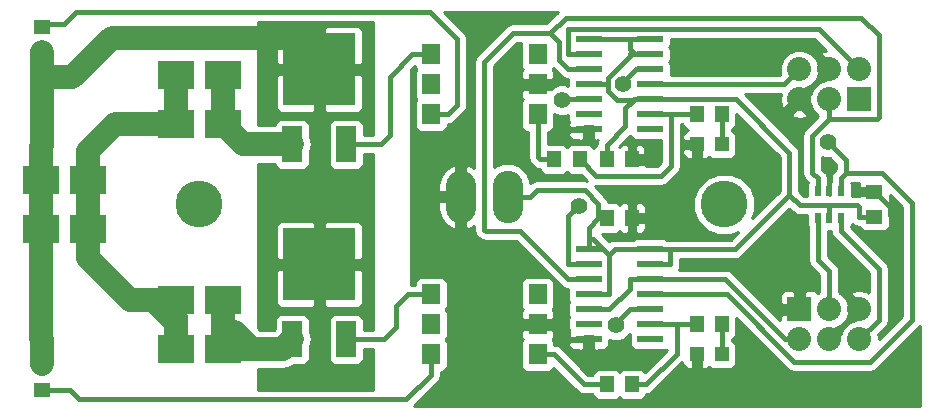
<source format=gtl>
G04 (created by PCBNEW-RS274X (2012-01-19 BZR 3256)-stable) date 3/25/2013 8:12:10 PM*
G01*
G70*
G90*
%MOIN*%
G04 Gerber Fmt 3.4, Leading zero omitted, Abs format*
%FSLAX34Y34*%
G04 APERTURE LIST*
%ADD10C,0.006000*%
%ADD11C,0.156000*%
%ADD12R,0.045000X0.055000*%
%ADD13R,0.055000X0.045000*%
%ADD14R,0.047200X0.047200*%
%ADD15R,0.065000X0.120000*%
%ADD16R,0.240000X0.240000*%
%ADD17R,0.080000X0.080000*%
%ADD18C,0.080000*%
%ADD19R,0.059800X0.070100*%
%ADD20R,0.122000X0.096500*%
%ADD21R,0.023600X0.035400*%
%ADD22R,0.086600X0.023600*%
%ADD23O,0.100000X0.175000*%
%ADD24C,0.055000*%
%ADD25C,0.080000*%
%ADD26C,0.020000*%
%ADD27C,0.016000*%
%ADD28C,0.010000*%
G04 APERTURE END LIST*
G54D10*
G54D11*
X34500Y-22500D03*
X17000Y-22500D03*
G54D12*
X30575Y-21000D03*
X31425Y-21000D03*
G54D13*
X11750Y-16575D03*
X11750Y-17425D03*
X11750Y-28675D03*
X11750Y-27825D03*
G54D12*
X29675Y-21000D03*
X28825Y-21000D03*
X31425Y-28500D03*
X30575Y-28500D03*
X34425Y-19500D03*
X33575Y-19500D03*
X34425Y-26500D03*
X33575Y-26500D03*
G54D14*
X34413Y-20500D03*
X33587Y-20500D03*
X34413Y-27500D03*
X33587Y-27500D03*
G54D15*
X20100Y-27000D03*
G54D16*
X21000Y-24500D03*
G54D15*
X21900Y-27000D03*
X20100Y-20500D03*
G54D16*
X21000Y-18000D03*
G54D15*
X21900Y-20500D03*
G54D17*
X37000Y-26000D03*
G54D18*
X38000Y-26000D03*
X39000Y-26000D03*
X37000Y-27000D03*
X38000Y-27000D03*
X39000Y-27000D03*
G54D17*
X39000Y-19000D03*
G54D18*
X38000Y-19000D03*
X37000Y-19000D03*
X39000Y-18000D03*
X38000Y-18000D03*
X37000Y-18000D03*
G54D19*
X28276Y-27500D03*
X28276Y-26500D03*
X28276Y-25500D03*
X24724Y-27500D03*
X24724Y-26500D03*
X24724Y-25500D03*
X28276Y-19500D03*
X28276Y-18500D03*
X28276Y-17500D03*
X24724Y-19500D03*
X24724Y-18500D03*
X24724Y-17500D03*
G54D20*
X17787Y-19827D03*
X16213Y-19827D03*
X16213Y-18173D03*
X17787Y-18173D03*
X17787Y-27327D03*
X16213Y-27327D03*
X16213Y-25673D03*
X17787Y-25673D03*
X13287Y-23327D03*
X11713Y-23327D03*
X11713Y-21673D03*
X13287Y-21673D03*
G54D21*
X38374Y-22048D03*
X38000Y-22048D03*
X37626Y-22048D03*
X37626Y-22952D03*
X38000Y-22952D03*
X38374Y-22952D03*
G54D22*
X29977Y-24000D03*
X29977Y-24500D03*
X29977Y-25000D03*
X29977Y-25500D03*
X29977Y-26000D03*
X29977Y-26500D03*
X29977Y-27000D03*
X32023Y-27000D03*
X32023Y-26500D03*
X32023Y-26000D03*
X32023Y-25500D03*
X32023Y-25000D03*
X32023Y-24500D03*
X32023Y-24000D03*
X29977Y-17000D03*
X29977Y-17500D03*
X29977Y-18000D03*
X29977Y-18500D03*
X29977Y-19000D03*
X29977Y-19500D03*
X29977Y-20000D03*
X32023Y-20000D03*
X32023Y-19500D03*
X32023Y-19000D03*
X32023Y-18500D03*
X32023Y-18000D03*
X32023Y-17500D03*
X32023Y-17000D03*
G54D13*
X39500Y-22925D03*
X39500Y-22075D03*
G54D23*
X27280Y-22250D03*
X25720Y-22250D03*
G54D12*
X30575Y-22950D03*
X31425Y-22950D03*
G54D24*
X22200Y-21800D03*
X22200Y-22600D03*
X21000Y-22600D03*
X21000Y-21800D03*
X19800Y-21800D03*
X19800Y-22600D03*
X29088Y-19025D03*
X31130Y-18500D03*
X29638Y-22540D03*
X38000Y-21264D03*
X27537Y-18350D03*
X32097Y-20796D03*
X33587Y-21174D03*
X32106Y-23163D03*
X29104Y-26794D03*
X40227Y-22798D03*
X29086Y-20012D03*
X33587Y-28197D03*
X37953Y-20432D03*
X30898Y-26534D03*
G54D25*
X17787Y-18173D02*
X17787Y-19827D01*
X20100Y-20500D02*
X18460Y-20500D01*
X18460Y-20500D02*
X17787Y-19827D01*
X17787Y-25673D02*
X17787Y-26758D01*
X18743Y-27327D02*
X18174Y-26758D01*
X18174Y-26758D02*
X17787Y-26758D01*
X18743Y-27327D02*
X17787Y-27327D01*
X20100Y-27000D02*
X19773Y-27327D01*
X19773Y-27327D02*
X18743Y-27327D01*
X12758Y-18253D02*
X11750Y-18253D01*
X11750Y-17425D02*
X11750Y-18253D01*
X11750Y-27825D02*
X11750Y-26997D01*
X11713Y-23327D02*
X11713Y-21673D01*
X11750Y-20550D02*
X11713Y-20587D01*
X20867Y-16935D02*
X14076Y-16935D01*
X11750Y-18253D02*
X11750Y-20550D01*
X11713Y-21673D02*
X11713Y-20587D01*
X11750Y-26997D02*
X11713Y-26960D01*
X11713Y-26960D02*
X11713Y-23327D01*
X14076Y-16935D02*
X12758Y-18253D01*
G54D26*
X21000Y-22600D02*
X19800Y-22600D01*
X22200Y-21800D02*
X22200Y-22600D01*
X21000Y-18000D02*
X21000Y-21800D01*
G54D25*
X13287Y-20713D02*
X13287Y-21673D01*
X16011Y-26241D02*
X16213Y-26241D01*
X16213Y-19827D02*
X16166Y-19827D01*
X14173Y-19827D02*
X13287Y-20713D01*
X16166Y-19827D02*
X16213Y-19780D01*
X13287Y-23327D02*
X13287Y-21673D01*
X16166Y-19827D02*
X14173Y-19827D01*
X16213Y-25673D02*
X15443Y-25673D01*
X16213Y-19780D02*
X16213Y-18173D01*
X14673Y-25673D02*
X13287Y-24287D01*
X16213Y-27327D02*
X16213Y-26241D01*
X15443Y-25673D02*
X16011Y-26241D01*
X15443Y-25673D02*
X14673Y-25673D01*
X13287Y-24287D02*
X13287Y-23327D01*
G54D27*
X26500Y-17749D02*
X26500Y-23345D01*
X26500Y-23345D02*
X26545Y-23390D01*
X26545Y-23390D02*
X27691Y-23390D01*
X39644Y-19599D02*
X39599Y-19644D01*
X37626Y-22048D02*
X37626Y-21628D01*
X27691Y-23390D02*
X29301Y-25000D01*
X27462Y-16787D02*
X26500Y-17749D01*
X39599Y-19644D02*
X38000Y-19644D01*
X39644Y-16864D02*
X39644Y-19599D01*
X28696Y-16787D02*
X27462Y-16787D01*
X29977Y-25000D02*
X29301Y-25000D01*
X38000Y-19644D02*
X38000Y-19000D01*
X37626Y-21628D02*
X37433Y-21435D01*
X37433Y-21435D02*
X37433Y-20211D01*
X37433Y-20211D02*
X38000Y-19644D01*
X29215Y-16268D02*
X39048Y-16268D01*
X29977Y-18000D02*
X29301Y-18000D01*
X28978Y-17677D02*
X29301Y-18000D01*
X28696Y-16787D02*
X29215Y-16268D01*
X28978Y-17069D02*
X28978Y-17677D01*
X39048Y-16268D02*
X39644Y-16864D01*
X28696Y-16787D02*
X28978Y-17069D01*
X38000Y-24728D02*
X38000Y-26000D01*
X37626Y-24354D02*
X38000Y-24728D01*
X37626Y-22952D02*
X37626Y-24354D01*
X37638Y-16638D02*
X39000Y-18000D01*
X29301Y-17500D02*
X29301Y-16641D01*
X29301Y-16641D02*
X29304Y-16638D01*
X29304Y-16638D02*
X37638Y-16638D01*
X29977Y-17500D02*
X29301Y-17500D01*
X32361Y-25000D02*
X32699Y-25000D01*
X34534Y-25000D02*
X32699Y-25000D01*
X32023Y-25000D02*
X31347Y-25000D01*
X31347Y-25000D02*
X31347Y-25306D01*
X31347Y-25306D02*
X30653Y-26000D01*
X32361Y-25000D02*
X32023Y-25000D01*
X37000Y-27000D02*
X36534Y-27000D01*
X36534Y-27000D02*
X34534Y-25000D01*
X29977Y-26000D02*
X30653Y-26000D01*
X29301Y-22877D02*
X29301Y-24500D01*
X31130Y-18500D02*
X31130Y-18425D01*
X31555Y-18000D02*
X32023Y-18000D01*
X31130Y-18425D02*
X31555Y-18000D01*
X29638Y-22540D02*
X29301Y-22877D01*
X29977Y-19000D02*
X29301Y-19000D01*
X29113Y-19000D02*
X29088Y-19025D01*
X29301Y-19000D02*
X29113Y-19000D01*
X29977Y-24500D02*
X29301Y-24500D01*
X27584Y-18350D02*
X27734Y-18500D01*
X38000Y-21264D02*
X38000Y-22048D01*
X33587Y-28197D02*
X33587Y-27500D01*
X29977Y-27000D02*
X29301Y-27000D01*
X29086Y-20012D02*
X29289Y-20012D01*
X33587Y-20500D02*
X33587Y-21174D01*
X31425Y-22950D02*
X31893Y-22950D01*
X32106Y-23163D02*
X31893Y-22950D01*
X29301Y-26991D02*
X29301Y-27000D01*
X31425Y-21000D02*
X31893Y-21000D01*
X28276Y-26500D02*
X28818Y-26500D01*
X32097Y-20796D02*
X31893Y-21000D01*
X29104Y-26794D02*
X29301Y-26991D01*
X29104Y-26786D02*
X29104Y-26794D01*
X28818Y-26500D02*
X29104Y-26786D01*
X27537Y-18350D02*
X27584Y-18350D01*
X29977Y-20000D02*
X29301Y-20000D01*
X29289Y-20012D02*
X29301Y-20000D01*
X28276Y-18500D02*
X27734Y-18500D01*
X39504Y-22075D02*
X39500Y-22075D01*
X40227Y-22798D02*
X39504Y-22075D01*
X36817Y-27743D02*
X39365Y-27743D01*
X36500Y-18500D02*
X37000Y-18000D01*
X34574Y-25500D02*
X36817Y-27743D01*
X39365Y-27743D02*
X40758Y-26350D01*
X38555Y-21447D02*
X38374Y-21628D01*
X32023Y-18500D02*
X36500Y-18500D01*
X40758Y-22464D02*
X39741Y-21447D01*
X39741Y-21447D02*
X38555Y-21447D01*
X38555Y-21447D02*
X38555Y-21034D01*
X38374Y-22048D02*
X38374Y-21628D01*
X38555Y-21034D02*
X37953Y-20432D01*
X40758Y-26350D02*
X40758Y-22464D01*
X32023Y-25500D02*
X34574Y-25500D01*
X39665Y-26335D02*
X39000Y-27000D01*
X39665Y-24663D02*
X39665Y-26335D01*
X38374Y-23372D02*
X39665Y-24663D01*
X38374Y-22952D02*
X38374Y-23372D01*
X34422Y-20021D02*
X34425Y-20018D01*
X34413Y-20021D02*
X34422Y-20021D01*
X34425Y-19500D02*
X34425Y-20018D01*
X34413Y-20500D02*
X34413Y-20021D01*
X28276Y-20919D02*
X28357Y-21000D01*
X28276Y-19500D02*
X28276Y-20919D01*
X28825Y-21000D02*
X28357Y-21000D01*
X23050Y-20500D02*
X21900Y-20500D01*
X23350Y-20200D02*
X23050Y-20500D01*
X23350Y-18250D02*
X23350Y-20200D01*
X24100Y-17500D02*
X23350Y-18250D01*
X24724Y-17500D02*
X24100Y-17500D01*
X12500Y-16500D02*
X12100Y-16500D01*
X12900Y-16100D02*
X12500Y-16500D01*
X24700Y-16100D02*
X12900Y-16100D01*
X25600Y-17000D02*
X24700Y-16100D01*
X25600Y-19200D02*
X25600Y-17000D01*
X25300Y-19500D02*
X25600Y-19200D01*
X24724Y-19500D02*
X25300Y-19500D01*
X11825Y-16500D02*
X11750Y-16575D01*
X12100Y-16500D02*
X11825Y-16500D01*
X13000Y-29000D02*
X23900Y-29000D01*
X12675Y-28675D02*
X13000Y-29000D01*
X11750Y-28675D02*
X12675Y-28675D01*
X24724Y-28176D02*
X24724Y-27500D01*
X23900Y-29000D02*
X24724Y-28176D01*
X23150Y-27000D02*
X21900Y-27000D01*
X23550Y-26600D02*
X23150Y-27000D01*
X23550Y-25900D02*
X23550Y-26600D01*
X23950Y-25500D02*
X23550Y-25900D01*
X24724Y-25500D02*
X23950Y-25500D01*
X32904Y-27489D02*
X31893Y-28500D01*
X32023Y-26500D02*
X32904Y-26500D01*
X32904Y-26500D02*
X32904Y-27489D01*
X31425Y-28500D02*
X31893Y-28500D01*
X32904Y-26500D02*
X33575Y-26500D01*
X32023Y-19500D02*
X32719Y-19500D01*
X32719Y-19500D02*
X33575Y-19500D01*
X32719Y-21225D02*
X32719Y-19500D01*
X32386Y-21558D02*
X32719Y-21225D01*
X30233Y-21558D02*
X32386Y-21558D01*
X29675Y-21000D02*
X30233Y-21558D01*
X29818Y-28500D02*
X30575Y-28500D01*
X28818Y-27500D02*
X29818Y-28500D01*
X28276Y-27500D02*
X28818Y-27500D01*
X34416Y-27018D02*
X34425Y-27018D01*
X34413Y-27021D02*
X34416Y-27018D01*
X34413Y-27500D02*
X34413Y-27021D01*
X34425Y-26500D02*
X34425Y-27018D01*
X31347Y-17500D02*
X31347Y-17551D01*
X38000Y-22952D02*
X38000Y-22613D01*
X32023Y-24000D02*
X31347Y-24000D01*
X38937Y-22532D02*
X38982Y-22577D01*
X30612Y-18286D02*
X30612Y-18500D01*
X30612Y-18500D02*
X30612Y-18714D01*
X37017Y-22532D02*
X38000Y-22532D01*
X30575Y-20525D02*
X31200Y-19900D01*
X31347Y-17551D02*
X30612Y-18286D01*
X31200Y-19900D02*
X31200Y-19300D01*
X29977Y-18500D02*
X30572Y-18500D01*
X30575Y-21000D02*
X30575Y-20525D01*
X30575Y-22950D02*
X30300Y-22950D01*
X31500Y-19000D02*
X32023Y-19000D01*
X39500Y-22925D02*
X38982Y-22925D01*
X38000Y-22613D02*
X38000Y-22532D01*
X32023Y-19000D02*
X32699Y-19000D01*
X36668Y-20771D02*
X36668Y-22183D01*
X30612Y-18714D02*
X30916Y-19018D01*
X32718Y-18981D02*
X34878Y-18981D01*
X31200Y-19300D02*
X31482Y-19018D01*
X31347Y-17000D02*
X30653Y-17000D01*
X30916Y-19018D02*
X31482Y-19018D01*
X29853Y-22022D02*
X28251Y-22022D01*
X31482Y-19018D02*
X31500Y-19000D01*
X30612Y-18500D02*
X30572Y-18500D01*
X34878Y-18981D02*
X36668Y-20771D01*
X38000Y-22532D02*
X38937Y-22532D01*
X32699Y-19000D02*
X32718Y-18981D01*
X28251Y-22022D02*
X28023Y-22250D01*
X36668Y-22183D02*
X37017Y-22532D01*
X30300Y-22469D02*
X29853Y-22022D01*
X29977Y-17000D02*
X30653Y-17000D01*
X31531Y-17500D02*
X31347Y-17500D01*
X27280Y-22250D02*
X28023Y-22250D01*
X31347Y-17316D02*
X31347Y-17000D01*
X32023Y-17000D02*
X31347Y-17000D01*
X30300Y-22950D02*
X30300Y-22469D01*
X38982Y-22577D02*
X38982Y-22925D01*
X30899Y-26534D02*
X30898Y-26534D01*
X34851Y-24000D02*
X32699Y-24000D01*
X30300Y-22950D02*
X29977Y-23273D01*
X32023Y-24500D02*
X32699Y-24500D01*
X31531Y-17500D02*
X31347Y-17316D01*
X31347Y-26000D02*
X30899Y-26448D01*
X36668Y-22183D02*
X34851Y-24000D01*
X32699Y-24000D02*
X32699Y-24500D01*
X32699Y-24000D02*
X32023Y-24000D01*
X31347Y-24000D02*
X30839Y-24000D01*
X32023Y-26000D02*
X31347Y-26000D01*
X29977Y-23273D02*
X29977Y-23653D01*
X30120Y-23653D02*
X30653Y-24186D01*
X31685Y-17500D02*
X31531Y-17500D01*
X30839Y-24000D02*
X30653Y-24186D01*
X32023Y-17500D02*
X31685Y-17500D01*
X30653Y-24186D02*
X30653Y-25500D01*
X29977Y-23653D02*
X29977Y-24000D01*
X29977Y-25500D02*
X30653Y-25500D01*
X29977Y-23653D02*
X30120Y-23653D01*
X30899Y-26448D02*
X30899Y-26534D01*
G54D10*
G36*
X22785Y-28670D02*
X20850Y-28670D01*
X20850Y-25888D01*
X20850Y-24650D01*
X20850Y-24350D01*
X20850Y-23112D01*
X20850Y-19388D01*
X20850Y-18150D01*
X20850Y-17850D01*
X20850Y-16612D01*
X20788Y-16550D01*
X19751Y-16551D01*
X19659Y-16589D01*
X19589Y-16659D01*
X19551Y-16750D01*
X19551Y-16849D01*
X19550Y-17788D01*
X19612Y-17850D01*
X20850Y-17850D01*
X20850Y-18150D01*
X19612Y-18150D01*
X19550Y-18212D01*
X19551Y-19151D01*
X19551Y-19250D01*
X19589Y-19341D01*
X19659Y-19411D01*
X19751Y-19449D01*
X20788Y-19450D01*
X20850Y-19388D01*
X20850Y-23112D01*
X20788Y-23050D01*
X19751Y-23051D01*
X19659Y-23089D01*
X19589Y-23159D01*
X19551Y-23250D01*
X19551Y-23349D01*
X19550Y-24288D01*
X19612Y-24350D01*
X20850Y-24350D01*
X20850Y-24650D01*
X19612Y-24650D01*
X19550Y-24712D01*
X19551Y-25651D01*
X19551Y-25750D01*
X19589Y-25841D01*
X19659Y-25911D01*
X19751Y-25949D01*
X20788Y-25950D01*
X20850Y-25888D01*
X20850Y-28670D01*
X18948Y-28670D01*
X18948Y-27977D01*
X19768Y-27977D01*
X19773Y-27978D01*
X19773Y-27977D01*
X20022Y-27928D01*
X20140Y-27849D01*
X20474Y-27849D01*
X20566Y-27811D01*
X20636Y-27741D01*
X20674Y-27650D01*
X20674Y-27551D01*
X20674Y-27289D01*
X20701Y-27249D01*
X20750Y-27000D01*
X20701Y-26751D01*
X20674Y-26711D01*
X20674Y-26351D01*
X20636Y-26259D01*
X20566Y-26189D01*
X20475Y-26151D01*
X20376Y-26151D01*
X19726Y-26151D01*
X19634Y-26189D01*
X19564Y-26259D01*
X19526Y-26350D01*
X19526Y-26449D01*
X19526Y-26654D01*
X19503Y-26677D01*
X19012Y-26677D01*
X18948Y-26612D01*
X18948Y-21150D01*
X19526Y-21150D01*
X19564Y-21241D01*
X19634Y-21311D01*
X19725Y-21349D01*
X19824Y-21349D01*
X20474Y-21349D01*
X20566Y-21311D01*
X20636Y-21241D01*
X20674Y-21150D01*
X20674Y-21051D01*
X20674Y-20789D01*
X20701Y-20749D01*
X20750Y-20500D01*
X20701Y-20251D01*
X20674Y-20210D01*
X20674Y-19851D01*
X20636Y-19759D01*
X20566Y-19689D01*
X20475Y-19651D01*
X20376Y-19651D01*
X19726Y-19651D01*
X19634Y-19689D01*
X19564Y-19759D01*
X19526Y-19850D01*
X18948Y-19850D01*
X18948Y-16430D01*
X22785Y-16430D01*
X22785Y-20170D01*
X22474Y-20170D01*
X22474Y-19851D01*
X22450Y-19792D01*
X22450Y-18212D01*
X22450Y-17788D01*
X22449Y-16849D01*
X22449Y-16750D01*
X22411Y-16659D01*
X22341Y-16589D01*
X22249Y-16551D01*
X21212Y-16550D01*
X21150Y-16612D01*
X21150Y-17850D01*
X22388Y-17850D01*
X22450Y-17788D01*
X22450Y-18212D01*
X22388Y-18150D01*
X21150Y-18150D01*
X21150Y-19388D01*
X21212Y-19450D01*
X22249Y-19449D01*
X22341Y-19411D01*
X22411Y-19341D01*
X22449Y-19250D01*
X22449Y-19151D01*
X22450Y-18212D01*
X22450Y-19792D01*
X22436Y-19759D01*
X22366Y-19689D01*
X22275Y-19651D01*
X22176Y-19651D01*
X21526Y-19651D01*
X21434Y-19689D01*
X21364Y-19759D01*
X21326Y-19850D01*
X21326Y-19949D01*
X21326Y-21149D01*
X21364Y-21241D01*
X21434Y-21311D01*
X21525Y-21349D01*
X21624Y-21349D01*
X22274Y-21349D01*
X22366Y-21311D01*
X22436Y-21241D01*
X22474Y-21150D01*
X22474Y-21051D01*
X22474Y-20830D01*
X22785Y-20830D01*
X22785Y-26670D01*
X22474Y-26670D01*
X22474Y-26351D01*
X22450Y-26292D01*
X22450Y-24712D01*
X22450Y-24288D01*
X22449Y-23349D01*
X22449Y-23250D01*
X22411Y-23159D01*
X22341Y-23089D01*
X22249Y-23051D01*
X21212Y-23050D01*
X21150Y-23112D01*
X21150Y-24350D01*
X22388Y-24350D01*
X22450Y-24288D01*
X22450Y-24712D01*
X22388Y-24650D01*
X21150Y-24650D01*
X21150Y-25888D01*
X21212Y-25950D01*
X22249Y-25949D01*
X22341Y-25911D01*
X22411Y-25841D01*
X22449Y-25750D01*
X22449Y-25651D01*
X22450Y-24712D01*
X22450Y-26292D01*
X22436Y-26259D01*
X22366Y-26189D01*
X22275Y-26151D01*
X22176Y-26151D01*
X21526Y-26151D01*
X21434Y-26189D01*
X21364Y-26259D01*
X21326Y-26350D01*
X21326Y-26449D01*
X21326Y-27649D01*
X21364Y-27741D01*
X21434Y-27811D01*
X21525Y-27849D01*
X21624Y-27849D01*
X22274Y-27849D01*
X22366Y-27811D01*
X22436Y-27741D01*
X22474Y-27650D01*
X22474Y-27551D01*
X22474Y-27330D01*
X22785Y-27330D01*
X22785Y-28670D01*
X22785Y-28670D01*
G37*
G54D28*
X22785Y-28670D02*
X20850Y-28670D01*
X20850Y-25888D01*
X20850Y-24650D01*
X20850Y-24350D01*
X20850Y-23112D01*
X20850Y-19388D01*
X20850Y-18150D01*
X20850Y-17850D01*
X20850Y-16612D01*
X20788Y-16550D01*
X19751Y-16551D01*
X19659Y-16589D01*
X19589Y-16659D01*
X19551Y-16750D01*
X19551Y-16849D01*
X19550Y-17788D01*
X19612Y-17850D01*
X20850Y-17850D01*
X20850Y-18150D01*
X19612Y-18150D01*
X19550Y-18212D01*
X19551Y-19151D01*
X19551Y-19250D01*
X19589Y-19341D01*
X19659Y-19411D01*
X19751Y-19449D01*
X20788Y-19450D01*
X20850Y-19388D01*
X20850Y-23112D01*
X20788Y-23050D01*
X19751Y-23051D01*
X19659Y-23089D01*
X19589Y-23159D01*
X19551Y-23250D01*
X19551Y-23349D01*
X19550Y-24288D01*
X19612Y-24350D01*
X20850Y-24350D01*
X20850Y-24650D01*
X19612Y-24650D01*
X19550Y-24712D01*
X19551Y-25651D01*
X19551Y-25750D01*
X19589Y-25841D01*
X19659Y-25911D01*
X19751Y-25949D01*
X20788Y-25950D01*
X20850Y-25888D01*
X20850Y-28670D01*
X18948Y-28670D01*
X18948Y-27977D01*
X19768Y-27977D01*
X19773Y-27978D01*
X19773Y-27977D01*
X20022Y-27928D01*
X20140Y-27849D01*
X20474Y-27849D01*
X20566Y-27811D01*
X20636Y-27741D01*
X20674Y-27650D01*
X20674Y-27551D01*
X20674Y-27289D01*
X20701Y-27249D01*
X20750Y-27000D01*
X20701Y-26751D01*
X20674Y-26711D01*
X20674Y-26351D01*
X20636Y-26259D01*
X20566Y-26189D01*
X20475Y-26151D01*
X20376Y-26151D01*
X19726Y-26151D01*
X19634Y-26189D01*
X19564Y-26259D01*
X19526Y-26350D01*
X19526Y-26449D01*
X19526Y-26654D01*
X19503Y-26677D01*
X19012Y-26677D01*
X18948Y-26612D01*
X18948Y-21150D01*
X19526Y-21150D01*
X19564Y-21241D01*
X19634Y-21311D01*
X19725Y-21349D01*
X19824Y-21349D01*
X20474Y-21349D01*
X20566Y-21311D01*
X20636Y-21241D01*
X20674Y-21150D01*
X20674Y-21051D01*
X20674Y-20789D01*
X20701Y-20749D01*
X20750Y-20500D01*
X20701Y-20251D01*
X20674Y-20210D01*
X20674Y-19851D01*
X20636Y-19759D01*
X20566Y-19689D01*
X20475Y-19651D01*
X20376Y-19651D01*
X19726Y-19651D01*
X19634Y-19689D01*
X19564Y-19759D01*
X19526Y-19850D01*
X18948Y-19850D01*
X18948Y-16430D01*
X22785Y-16430D01*
X22785Y-20170D01*
X22474Y-20170D01*
X22474Y-19851D01*
X22450Y-19792D01*
X22450Y-18212D01*
X22450Y-17788D01*
X22449Y-16849D01*
X22449Y-16750D01*
X22411Y-16659D01*
X22341Y-16589D01*
X22249Y-16551D01*
X21212Y-16550D01*
X21150Y-16612D01*
X21150Y-17850D01*
X22388Y-17850D01*
X22450Y-17788D01*
X22450Y-18212D01*
X22388Y-18150D01*
X21150Y-18150D01*
X21150Y-19388D01*
X21212Y-19450D01*
X22249Y-19449D01*
X22341Y-19411D01*
X22411Y-19341D01*
X22449Y-19250D01*
X22449Y-19151D01*
X22450Y-18212D01*
X22450Y-19792D01*
X22436Y-19759D01*
X22366Y-19689D01*
X22275Y-19651D01*
X22176Y-19651D01*
X21526Y-19651D01*
X21434Y-19689D01*
X21364Y-19759D01*
X21326Y-19850D01*
X21326Y-19949D01*
X21326Y-21149D01*
X21364Y-21241D01*
X21434Y-21311D01*
X21525Y-21349D01*
X21624Y-21349D01*
X22274Y-21349D01*
X22366Y-21311D01*
X22436Y-21241D01*
X22474Y-21150D01*
X22474Y-21051D01*
X22474Y-20830D01*
X22785Y-20830D01*
X22785Y-26670D01*
X22474Y-26670D01*
X22474Y-26351D01*
X22450Y-26292D01*
X22450Y-24712D01*
X22450Y-24288D01*
X22449Y-23349D01*
X22449Y-23250D01*
X22411Y-23159D01*
X22341Y-23089D01*
X22249Y-23051D01*
X21212Y-23050D01*
X21150Y-23112D01*
X21150Y-24350D01*
X22388Y-24350D01*
X22450Y-24288D01*
X22450Y-24712D01*
X22388Y-24650D01*
X21150Y-24650D01*
X21150Y-25888D01*
X21212Y-25950D01*
X22249Y-25949D01*
X22341Y-25911D01*
X22411Y-25841D01*
X22449Y-25750D01*
X22449Y-25651D01*
X22450Y-24712D01*
X22450Y-26292D01*
X22436Y-26259D01*
X22366Y-26189D01*
X22275Y-26151D01*
X22176Y-26151D01*
X21526Y-26151D01*
X21434Y-26189D01*
X21364Y-26259D01*
X21326Y-26350D01*
X21326Y-26449D01*
X21326Y-27649D01*
X21364Y-27741D01*
X21434Y-27811D01*
X21525Y-27849D01*
X21624Y-27849D01*
X22274Y-27849D01*
X22366Y-27811D01*
X22436Y-27741D01*
X22474Y-27650D01*
X22474Y-27551D01*
X22474Y-27330D01*
X22785Y-27330D01*
X22785Y-28670D01*
G54D10*
G36*
X29912Y-21703D02*
X29853Y-21692D01*
X28251Y-21692D01*
X28125Y-21717D01*
X28089Y-21741D01*
X28017Y-21789D01*
X28016Y-21790D01*
X28016Y-21707D01*
X27904Y-21436D01*
X27697Y-21229D01*
X27427Y-21117D01*
X27134Y-21117D01*
X26863Y-21229D01*
X26830Y-21262D01*
X26830Y-17885D01*
X27598Y-17117D01*
X27728Y-17117D01*
X27728Y-17199D01*
X27728Y-17899D01*
X27766Y-17991D01*
X27775Y-18000D01*
X27766Y-18009D01*
X27728Y-18101D01*
X27727Y-18288D01*
X27789Y-18350D01*
X28076Y-18350D01*
X28127Y-18350D01*
X28425Y-18350D01*
X28476Y-18350D01*
X28763Y-18350D01*
X28825Y-18288D01*
X28824Y-18101D01*
X28786Y-18009D01*
X28777Y-18000D01*
X28786Y-17991D01*
X28797Y-17962D01*
X29067Y-18233D01*
X29068Y-18233D01*
X29139Y-18280D01*
X29174Y-18304D01*
X29175Y-18305D01*
X29296Y-18329D01*
X29295Y-18332D01*
X29295Y-18431D01*
X29295Y-18542D01*
X29193Y-18500D01*
X28984Y-18500D01*
X28791Y-18580D01*
X28720Y-18650D01*
X28476Y-18650D01*
X28425Y-18650D01*
X28127Y-18650D01*
X28076Y-18650D01*
X27789Y-18650D01*
X27727Y-18712D01*
X27728Y-18899D01*
X27766Y-18991D01*
X27775Y-19000D01*
X27766Y-19009D01*
X27728Y-19100D01*
X27728Y-19199D01*
X27728Y-19899D01*
X27766Y-19991D01*
X27836Y-20061D01*
X27927Y-20099D01*
X27946Y-20099D01*
X27946Y-20919D01*
X27971Y-21046D01*
X28043Y-21152D01*
X28123Y-21233D01*
X28124Y-21233D01*
X28195Y-21280D01*
X28230Y-21304D01*
X28231Y-21305D01*
X28353Y-21329D01*
X28389Y-21416D01*
X28459Y-21486D01*
X28550Y-21524D01*
X28649Y-21524D01*
X29099Y-21524D01*
X29191Y-21486D01*
X29250Y-21427D01*
X29309Y-21486D01*
X29400Y-21524D01*
X29499Y-21524D01*
X29733Y-21524D01*
X29912Y-21703D01*
X29912Y-21703D01*
G37*
G54D28*
X29912Y-21703D02*
X29853Y-21692D01*
X28251Y-21692D01*
X28125Y-21717D01*
X28089Y-21741D01*
X28017Y-21789D01*
X28016Y-21790D01*
X28016Y-21707D01*
X27904Y-21436D01*
X27697Y-21229D01*
X27427Y-21117D01*
X27134Y-21117D01*
X26863Y-21229D01*
X26830Y-21262D01*
X26830Y-17885D01*
X27598Y-17117D01*
X27728Y-17117D01*
X27728Y-17199D01*
X27728Y-17899D01*
X27766Y-17991D01*
X27775Y-18000D01*
X27766Y-18009D01*
X27728Y-18101D01*
X27727Y-18288D01*
X27789Y-18350D01*
X28076Y-18350D01*
X28127Y-18350D01*
X28425Y-18350D01*
X28476Y-18350D01*
X28763Y-18350D01*
X28825Y-18288D01*
X28824Y-18101D01*
X28786Y-18009D01*
X28777Y-18000D01*
X28786Y-17991D01*
X28797Y-17962D01*
X29067Y-18233D01*
X29068Y-18233D01*
X29139Y-18280D01*
X29174Y-18304D01*
X29175Y-18305D01*
X29296Y-18329D01*
X29295Y-18332D01*
X29295Y-18431D01*
X29295Y-18542D01*
X29193Y-18500D01*
X28984Y-18500D01*
X28791Y-18580D01*
X28720Y-18650D01*
X28476Y-18650D01*
X28425Y-18650D01*
X28127Y-18650D01*
X28076Y-18650D01*
X27789Y-18650D01*
X27727Y-18712D01*
X27728Y-18899D01*
X27766Y-18991D01*
X27775Y-19000D01*
X27766Y-19009D01*
X27728Y-19100D01*
X27728Y-19199D01*
X27728Y-19899D01*
X27766Y-19991D01*
X27836Y-20061D01*
X27927Y-20099D01*
X27946Y-20099D01*
X27946Y-20919D01*
X27971Y-21046D01*
X28043Y-21152D01*
X28123Y-21233D01*
X28124Y-21233D01*
X28195Y-21280D01*
X28230Y-21304D01*
X28231Y-21305D01*
X28353Y-21329D01*
X28389Y-21416D01*
X28459Y-21486D01*
X28550Y-21524D01*
X28649Y-21524D01*
X29099Y-21524D01*
X29191Y-21486D01*
X29250Y-21427D01*
X29309Y-21486D01*
X29400Y-21524D01*
X29499Y-21524D01*
X29733Y-21524D01*
X29912Y-21703D01*
G54D10*
G36*
X30290Y-20367D02*
X30270Y-20398D01*
X30250Y-20496D01*
X30209Y-20514D01*
X30139Y-20584D01*
X30124Y-20617D01*
X30111Y-20584D01*
X30041Y-20514D01*
X29950Y-20476D01*
X29851Y-20476D01*
X29827Y-20476D01*
X29827Y-20306D01*
X29827Y-20059D01*
X29356Y-20059D01*
X29294Y-20121D01*
X29295Y-20167D01*
X29333Y-20259D01*
X29403Y-20329D01*
X29494Y-20367D01*
X29593Y-20367D01*
X29765Y-20368D01*
X29827Y-20306D01*
X29827Y-20476D01*
X29401Y-20476D01*
X29309Y-20514D01*
X29250Y-20573D01*
X29191Y-20514D01*
X29100Y-20476D01*
X29001Y-20476D01*
X28606Y-20476D01*
X28606Y-20099D01*
X28624Y-20099D01*
X28716Y-20061D01*
X28786Y-19991D01*
X28824Y-19900D01*
X28824Y-19801D01*
X28824Y-19484D01*
X28983Y-19550D01*
X29192Y-19550D01*
X29295Y-19507D01*
X29295Y-19667D01*
X29329Y-19750D01*
X29295Y-19833D01*
X29294Y-19879D01*
X29356Y-19941D01*
X29827Y-19941D01*
X29827Y-19882D01*
X30127Y-19882D01*
X30127Y-19941D01*
X30127Y-20059D01*
X30127Y-20200D01*
X30127Y-20306D01*
X30189Y-20368D01*
X30290Y-20367D01*
X30290Y-20367D01*
G37*
G54D28*
X30290Y-20367D02*
X30270Y-20398D01*
X30250Y-20496D01*
X30209Y-20514D01*
X30139Y-20584D01*
X30124Y-20617D01*
X30111Y-20584D01*
X30041Y-20514D01*
X29950Y-20476D01*
X29851Y-20476D01*
X29827Y-20476D01*
X29827Y-20306D01*
X29827Y-20059D01*
X29356Y-20059D01*
X29294Y-20121D01*
X29295Y-20167D01*
X29333Y-20259D01*
X29403Y-20329D01*
X29494Y-20367D01*
X29593Y-20367D01*
X29765Y-20368D01*
X29827Y-20306D01*
X29827Y-20476D01*
X29401Y-20476D01*
X29309Y-20514D01*
X29250Y-20573D01*
X29191Y-20514D01*
X29100Y-20476D01*
X29001Y-20476D01*
X28606Y-20476D01*
X28606Y-20099D01*
X28624Y-20099D01*
X28716Y-20061D01*
X28786Y-19991D01*
X28824Y-19900D01*
X28824Y-19801D01*
X28824Y-19484D01*
X28983Y-19550D01*
X29192Y-19550D01*
X29295Y-19507D01*
X29295Y-19667D01*
X29329Y-19750D01*
X29295Y-19833D01*
X29294Y-19879D01*
X29356Y-19941D01*
X29827Y-19941D01*
X29827Y-19882D01*
X30127Y-19882D01*
X30127Y-19941D01*
X30127Y-20059D01*
X30127Y-20200D01*
X30127Y-20306D01*
X30189Y-20368D01*
X30290Y-20367D01*
G54D10*
G36*
X32389Y-21088D02*
X32249Y-21228D01*
X31899Y-21228D01*
X31899Y-21226D01*
X31900Y-21199D01*
X31900Y-20801D01*
X31899Y-20774D01*
X31899Y-20675D01*
X31861Y-20584D01*
X31791Y-20514D01*
X31699Y-20476D01*
X31599Y-20475D01*
X31537Y-20537D01*
X31537Y-20863D01*
X31838Y-20863D01*
X31900Y-20801D01*
X31900Y-21199D01*
X31838Y-21137D01*
X31537Y-21137D01*
X31537Y-21150D01*
X31313Y-21150D01*
X31313Y-21137D01*
X31275Y-21137D01*
X31275Y-20863D01*
X31313Y-20863D01*
X31313Y-20537D01*
X31251Y-20475D01*
X31151Y-20476D01*
X31059Y-20514D01*
X31000Y-20573D01*
X30996Y-20569D01*
X31358Y-20208D01*
X31379Y-20259D01*
X31449Y-20329D01*
X31540Y-20367D01*
X31639Y-20367D01*
X32389Y-20367D01*
X32389Y-21088D01*
X32389Y-21088D01*
G37*
G54D28*
X32389Y-21088D02*
X32249Y-21228D01*
X31899Y-21228D01*
X31899Y-21226D01*
X31900Y-21199D01*
X31900Y-20801D01*
X31899Y-20774D01*
X31899Y-20675D01*
X31861Y-20584D01*
X31791Y-20514D01*
X31699Y-20476D01*
X31599Y-20475D01*
X31537Y-20537D01*
X31537Y-20863D01*
X31838Y-20863D01*
X31900Y-20801D01*
X31900Y-21199D01*
X31838Y-21137D01*
X31537Y-21137D01*
X31537Y-21150D01*
X31313Y-21150D01*
X31313Y-21137D01*
X31275Y-21137D01*
X31275Y-20863D01*
X31313Y-20863D01*
X31313Y-20537D01*
X31251Y-20475D01*
X31151Y-20476D01*
X31059Y-20514D01*
X31000Y-20573D01*
X30996Y-20569D01*
X31358Y-20208D01*
X31379Y-20259D01*
X31449Y-20329D01*
X31540Y-20367D01*
X31639Y-20367D01*
X32389Y-20367D01*
X32389Y-21088D01*
G54D10*
G36*
X36338Y-22046D02*
X35424Y-22960D01*
X35530Y-22706D01*
X35530Y-22296D01*
X35374Y-21917D01*
X35084Y-21627D01*
X34706Y-21470D01*
X34296Y-21470D01*
X33917Y-21626D01*
X33627Y-21916D01*
X33470Y-22294D01*
X33470Y-22704D01*
X33626Y-23083D01*
X33916Y-23373D01*
X34294Y-23530D01*
X34704Y-23530D01*
X34960Y-23424D01*
X34714Y-23670D01*
X33469Y-23670D01*
X33469Y-20924D01*
X33469Y-20618D01*
X33163Y-20618D01*
X33101Y-20680D01*
X33102Y-20687D01*
X33102Y-20786D01*
X33140Y-20877D01*
X33210Y-20947D01*
X33302Y-20985D01*
X33407Y-20986D01*
X33469Y-20924D01*
X33469Y-23670D01*
X32699Y-23670D01*
X32594Y-23670D01*
X32506Y-23633D01*
X32407Y-23633D01*
X31900Y-23633D01*
X31900Y-23149D01*
X31900Y-22751D01*
X31899Y-22724D01*
X31899Y-22625D01*
X31861Y-22534D01*
X31791Y-22464D01*
X31699Y-22426D01*
X31599Y-22425D01*
X31537Y-22487D01*
X31537Y-22813D01*
X31838Y-22813D01*
X31900Y-22751D01*
X31900Y-23149D01*
X31838Y-23087D01*
X31537Y-23087D01*
X31537Y-23413D01*
X31599Y-23475D01*
X31699Y-23474D01*
X31791Y-23436D01*
X31861Y-23366D01*
X31899Y-23275D01*
X31899Y-23176D01*
X31900Y-23149D01*
X31900Y-23633D01*
X31541Y-23633D01*
X31451Y-23670D01*
X31347Y-23670D01*
X30839Y-23670D01*
X30733Y-23691D01*
X30712Y-23695D01*
X30662Y-23728D01*
X30407Y-23474D01*
X30849Y-23474D01*
X30941Y-23436D01*
X31000Y-23377D01*
X31059Y-23436D01*
X31151Y-23474D01*
X31251Y-23475D01*
X31313Y-23413D01*
X31313Y-23087D01*
X31275Y-23087D01*
X31275Y-22813D01*
X31313Y-22813D01*
X31313Y-22487D01*
X31251Y-22425D01*
X31151Y-22426D01*
X31059Y-22464D01*
X31000Y-22523D01*
X30941Y-22464D01*
X30850Y-22426D01*
X30751Y-22426D01*
X30621Y-22426D01*
X30608Y-22363D01*
X30605Y-22343D01*
X30605Y-22342D01*
X30533Y-22236D01*
X30173Y-21876D01*
X30233Y-21888D01*
X32386Y-21888D01*
X32512Y-21863D01*
X32513Y-21863D01*
X32619Y-21791D01*
X32952Y-21459D01*
X32952Y-21458D01*
X32999Y-21387D01*
X33023Y-21352D01*
X33024Y-21351D01*
X33048Y-21226D01*
X33049Y-21225D01*
X33049Y-19830D01*
X33103Y-19830D01*
X33139Y-19916D01*
X33209Y-19986D01*
X33290Y-20019D01*
X33210Y-20053D01*
X33140Y-20123D01*
X33102Y-20214D01*
X33102Y-20313D01*
X33101Y-20320D01*
X33163Y-20382D01*
X33469Y-20382D01*
X33469Y-20350D01*
X33705Y-20350D01*
X33705Y-20382D01*
X33737Y-20382D01*
X33737Y-20618D01*
X33705Y-20618D01*
X33705Y-20924D01*
X33767Y-20986D01*
X33872Y-20985D01*
X33964Y-20947D01*
X34000Y-20911D01*
X34036Y-20947D01*
X34127Y-20985D01*
X34226Y-20985D01*
X34698Y-20985D01*
X34790Y-20947D01*
X34860Y-20877D01*
X34898Y-20786D01*
X34898Y-20687D01*
X34898Y-20215D01*
X34860Y-20123D01*
X34790Y-20053D01*
X34751Y-20036D01*
X34754Y-20018D01*
X34755Y-20018D01*
X34755Y-20000D01*
X34791Y-19986D01*
X34861Y-19916D01*
X34899Y-19825D01*
X34899Y-19726D01*
X34899Y-19468D01*
X36338Y-20907D01*
X36338Y-22046D01*
X36338Y-22046D01*
G37*
G54D28*
X36338Y-22046D02*
X35424Y-22960D01*
X35530Y-22706D01*
X35530Y-22296D01*
X35374Y-21917D01*
X35084Y-21627D01*
X34706Y-21470D01*
X34296Y-21470D01*
X33917Y-21626D01*
X33627Y-21916D01*
X33470Y-22294D01*
X33470Y-22704D01*
X33626Y-23083D01*
X33916Y-23373D01*
X34294Y-23530D01*
X34704Y-23530D01*
X34960Y-23424D01*
X34714Y-23670D01*
X33469Y-23670D01*
X33469Y-20924D01*
X33469Y-20618D01*
X33163Y-20618D01*
X33101Y-20680D01*
X33102Y-20687D01*
X33102Y-20786D01*
X33140Y-20877D01*
X33210Y-20947D01*
X33302Y-20985D01*
X33407Y-20986D01*
X33469Y-20924D01*
X33469Y-23670D01*
X32699Y-23670D01*
X32594Y-23670D01*
X32506Y-23633D01*
X32407Y-23633D01*
X31900Y-23633D01*
X31900Y-23149D01*
X31900Y-22751D01*
X31899Y-22724D01*
X31899Y-22625D01*
X31861Y-22534D01*
X31791Y-22464D01*
X31699Y-22426D01*
X31599Y-22425D01*
X31537Y-22487D01*
X31537Y-22813D01*
X31838Y-22813D01*
X31900Y-22751D01*
X31900Y-23149D01*
X31838Y-23087D01*
X31537Y-23087D01*
X31537Y-23413D01*
X31599Y-23475D01*
X31699Y-23474D01*
X31791Y-23436D01*
X31861Y-23366D01*
X31899Y-23275D01*
X31899Y-23176D01*
X31900Y-23149D01*
X31900Y-23633D01*
X31541Y-23633D01*
X31451Y-23670D01*
X31347Y-23670D01*
X30839Y-23670D01*
X30733Y-23691D01*
X30712Y-23695D01*
X30662Y-23728D01*
X30407Y-23474D01*
X30849Y-23474D01*
X30941Y-23436D01*
X31000Y-23377D01*
X31059Y-23436D01*
X31151Y-23474D01*
X31251Y-23475D01*
X31313Y-23413D01*
X31313Y-23087D01*
X31275Y-23087D01*
X31275Y-22813D01*
X31313Y-22813D01*
X31313Y-22487D01*
X31251Y-22425D01*
X31151Y-22426D01*
X31059Y-22464D01*
X31000Y-22523D01*
X30941Y-22464D01*
X30850Y-22426D01*
X30751Y-22426D01*
X30621Y-22426D01*
X30608Y-22363D01*
X30605Y-22343D01*
X30605Y-22342D01*
X30533Y-22236D01*
X30173Y-21876D01*
X30233Y-21888D01*
X32386Y-21888D01*
X32512Y-21863D01*
X32513Y-21863D01*
X32619Y-21791D01*
X32952Y-21459D01*
X32952Y-21458D01*
X32999Y-21387D01*
X33023Y-21352D01*
X33024Y-21351D01*
X33048Y-21226D01*
X33049Y-21225D01*
X33049Y-19830D01*
X33103Y-19830D01*
X33139Y-19916D01*
X33209Y-19986D01*
X33290Y-20019D01*
X33210Y-20053D01*
X33140Y-20123D01*
X33102Y-20214D01*
X33102Y-20313D01*
X33101Y-20320D01*
X33163Y-20382D01*
X33469Y-20382D01*
X33469Y-20350D01*
X33705Y-20350D01*
X33705Y-20382D01*
X33737Y-20382D01*
X33737Y-20618D01*
X33705Y-20618D01*
X33705Y-20924D01*
X33767Y-20986D01*
X33872Y-20985D01*
X33964Y-20947D01*
X34000Y-20911D01*
X34036Y-20947D01*
X34127Y-20985D01*
X34226Y-20985D01*
X34698Y-20985D01*
X34790Y-20947D01*
X34860Y-20877D01*
X34898Y-20786D01*
X34898Y-20687D01*
X34898Y-20215D01*
X34860Y-20123D01*
X34790Y-20053D01*
X34751Y-20036D01*
X34754Y-20018D01*
X34755Y-20018D01*
X34755Y-20000D01*
X34791Y-19986D01*
X34861Y-19916D01*
X34899Y-19825D01*
X34899Y-19726D01*
X34899Y-19468D01*
X36338Y-20907D01*
X36338Y-22046D01*
G54D10*
G36*
X37670Y-25434D02*
X37632Y-25450D01*
X37614Y-25467D01*
X37611Y-25459D01*
X37541Y-25389D01*
X37449Y-25351D01*
X37212Y-25350D01*
X37150Y-25412D01*
X37150Y-25800D01*
X37150Y-25850D01*
X37150Y-26150D01*
X36850Y-26150D01*
X36850Y-25850D01*
X36850Y-25412D01*
X36788Y-25350D01*
X36551Y-25351D01*
X36459Y-25389D01*
X36389Y-25459D01*
X36351Y-25550D01*
X36351Y-25649D01*
X36350Y-25788D01*
X36412Y-25850D01*
X36850Y-25850D01*
X36850Y-26150D01*
X36800Y-26150D01*
X36412Y-26150D01*
X36350Y-26212D01*
X36350Y-26350D01*
X34767Y-24767D01*
X34661Y-24695D01*
X34534Y-24670D01*
X32974Y-24670D01*
X33004Y-24626D01*
X33029Y-24500D01*
X33029Y-24330D01*
X34851Y-24330D01*
X34977Y-24305D01*
X34978Y-24305D01*
X35084Y-24233D01*
X36668Y-22649D01*
X36783Y-22765D01*
X36784Y-22765D01*
X36855Y-22812D01*
X36890Y-22836D01*
X36891Y-22837D01*
X37017Y-22862D01*
X37259Y-22862D01*
X37259Y-23178D01*
X37296Y-23267D01*
X37296Y-24354D01*
X37321Y-24481D01*
X37393Y-24587D01*
X37670Y-24864D01*
X37670Y-25434D01*
X37670Y-25434D01*
G37*
G54D28*
X37670Y-25434D02*
X37632Y-25450D01*
X37614Y-25467D01*
X37611Y-25459D01*
X37541Y-25389D01*
X37449Y-25351D01*
X37212Y-25350D01*
X37150Y-25412D01*
X37150Y-25800D01*
X37150Y-25850D01*
X37150Y-26150D01*
X36850Y-26150D01*
X36850Y-25850D01*
X36850Y-25412D01*
X36788Y-25350D01*
X36551Y-25351D01*
X36459Y-25389D01*
X36389Y-25459D01*
X36351Y-25550D01*
X36351Y-25649D01*
X36350Y-25788D01*
X36412Y-25850D01*
X36850Y-25850D01*
X36850Y-26150D01*
X36800Y-26150D01*
X36412Y-26150D01*
X36350Y-26212D01*
X36350Y-26350D01*
X34767Y-24767D01*
X34661Y-24695D01*
X34534Y-24670D01*
X32974Y-24670D01*
X33004Y-24626D01*
X33029Y-24500D01*
X33029Y-24330D01*
X34851Y-24330D01*
X34977Y-24305D01*
X34978Y-24305D01*
X35084Y-24233D01*
X36668Y-22649D01*
X36783Y-22765D01*
X36784Y-22765D01*
X36855Y-22812D01*
X36890Y-22836D01*
X36891Y-22837D01*
X37017Y-22862D01*
X37259Y-22862D01*
X37259Y-23178D01*
X37296Y-23267D01*
X37296Y-24354D01*
X37321Y-24481D01*
X37393Y-24587D01*
X37670Y-24864D01*
X37670Y-25434D01*
G54D10*
G36*
X38212Y-18000D02*
X38000Y-18212D01*
X37853Y-18358D01*
X37632Y-18450D01*
X37450Y-18632D01*
X37358Y-18853D01*
X37212Y-19000D01*
X37358Y-19146D01*
X37450Y-19368D01*
X37629Y-19547D01*
X37296Y-19881D01*
X37296Y-19508D01*
X37000Y-19212D01*
X36704Y-19508D01*
X36750Y-19600D01*
X36998Y-19650D01*
X37247Y-19602D01*
X37250Y-19600D01*
X37296Y-19508D01*
X37296Y-19881D01*
X37200Y-19978D01*
X37128Y-20084D01*
X37103Y-20211D01*
X37103Y-21435D01*
X37128Y-21562D01*
X37200Y-21668D01*
X37286Y-21755D01*
X37259Y-21821D01*
X37259Y-21920D01*
X37259Y-22202D01*
X37153Y-22202D01*
X36998Y-22046D01*
X36998Y-20771D01*
X36973Y-20645D01*
X36972Y-20644D01*
X36948Y-20609D01*
X36901Y-20538D01*
X36901Y-20537D01*
X35193Y-18830D01*
X36383Y-18830D01*
X36350Y-18998D01*
X36398Y-19247D01*
X36400Y-19250D01*
X36492Y-19296D01*
X36753Y-19035D01*
X36788Y-19000D01*
X37000Y-18788D01*
X37035Y-18753D01*
X37034Y-18752D01*
X37146Y-18641D01*
X37368Y-18550D01*
X37550Y-18368D01*
X37641Y-18146D01*
X37788Y-18000D01*
X37641Y-17853D01*
X37550Y-17632D01*
X37368Y-17450D01*
X37129Y-17351D01*
X36871Y-17351D01*
X36632Y-17450D01*
X36450Y-17632D01*
X36351Y-17871D01*
X36351Y-18129D01*
X36366Y-18167D01*
X36364Y-18170D01*
X32704Y-18170D01*
X32705Y-18168D01*
X32705Y-18069D01*
X32705Y-17833D01*
X32670Y-17750D01*
X32705Y-17668D01*
X32705Y-17569D01*
X32705Y-17333D01*
X32670Y-17250D01*
X32705Y-17168D01*
X32705Y-17069D01*
X32705Y-16968D01*
X37502Y-16968D01*
X37903Y-17369D01*
X37753Y-17398D01*
X37750Y-17400D01*
X37704Y-17492D01*
X37965Y-17753D01*
X38000Y-17788D01*
X38212Y-18000D01*
X38212Y-18000D01*
G37*
G54D28*
X38212Y-18000D02*
X38000Y-18212D01*
X37853Y-18358D01*
X37632Y-18450D01*
X37450Y-18632D01*
X37358Y-18853D01*
X37212Y-19000D01*
X37358Y-19146D01*
X37450Y-19368D01*
X37629Y-19547D01*
X37296Y-19881D01*
X37296Y-19508D01*
X37000Y-19212D01*
X36704Y-19508D01*
X36750Y-19600D01*
X36998Y-19650D01*
X37247Y-19602D01*
X37250Y-19600D01*
X37296Y-19508D01*
X37296Y-19881D01*
X37200Y-19978D01*
X37128Y-20084D01*
X37103Y-20211D01*
X37103Y-21435D01*
X37128Y-21562D01*
X37200Y-21668D01*
X37286Y-21755D01*
X37259Y-21821D01*
X37259Y-21920D01*
X37259Y-22202D01*
X37153Y-22202D01*
X36998Y-22046D01*
X36998Y-20771D01*
X36973Y-20645D01*
X36972Y-20644D01*
X36948Y-20609D01*
X36901Y-20538D01*
X36901Y-20537D01*
X35193Y-18830D01*
X36383Y-18830D01*
X36350Y-18998D01*
X36398Y-19247D01*
X36400Y-19250D01*
X36492Y-19296D01*
X36753Y-19035D01*
X36788Y-19000D01*
X37000Y-18788D01*
X37035Y-18753D01*
X37034Y-18752D01*
X37146Y-18641D01*
X37368Y-18550D01*
X37550Y-18368D01*
X37641Y-18146D01*
X37788Y-18000D01*
X37641Y-17853D01*
X37550Y-17632D01*
X37368Y-17450D01*
X37129Y-17351D01*
X36871Y-17351D01*
X36632Y-17450D01*
X36450Y-17632D01*
X36351Y-17871D01*
X36351Y-18129D01*
X36366Y-18167D01*
X36364Y-18170D01*
X32704Y-18170D01*
X32705Y-18168D01*
X32705Y-18069D01*
X32705Y-17833D01*
X32670Y-17750D01*
X32705Y-17668D01*
X32705Y-17569D01*
X32705Y-17333D01*
X32670Y-17250D01*
X32705Y-17168D01*
X32705Y-17069D01*
X32705Y-16968D01*
X37502Y-16968D01*
X37903Y-17369D01*
X37753Y-17398D01*
X37750Y-17400D01*
X37704Y-17492D01*
X37965Y-17753D01*
X38000Y-17788D01*
X38212Y-18000D01*
G54D10*
G36*
X38225Y-21310D02*
X38141Y-21395D01*
X38069Y-21501D01*
X38044Y-21628D01*
X38044Y-21732D01*
X38007Y-21821D01*
X38007Y-21920D01*
X38007Y-22198D01*
X37993Y-22198D01*
X37993Y-22176D01*
X37993Y-21822D01*
X37956Y-21732D01*
X37956Y-21628D01*
X37955Y-21627D01*
X37931Y-21502D01*
X37930Y-21501D01*
X37906Y-21466D01*
X37859Y-21395D01*
X37859Y-21394D01*
X37763Y-21298D01*
X37763Y-20921D01*
X37848Y-20957D01*
X38011Y-20957D01*
X38225Y-21170D01*
X38225Y-21310D01*
X38225Y-21310D01*
G37*
G54D28*
X38225Y-21310D02*
X38141Y-21395D01*
X38069Y-21501D01*
X38044Y-21628D01*
X38044Y-21732D01*
X38007Y-21821D01*
X38007Y-21920D01*
X38007Y-22198D01*
X37993Y-22198D01*
X37993Y-22176D01*
X37993Y-21822D01*
X37956Y-21732D01*
X37956Y-21628D01*
X37955Y-21627D01*
X37931Y-21502D01*
X37930Y-21501D01*
X37906Y-21466D01*
X37859Y-21395D01*
X37859Y-21394D01*
X37763Y-21298D01*
X37763Y-20921D01*
X37848Y-20957D01*
X38011Y-20957D01*
X38225Y-21170D01*
X38225Y-21310D01*
G54D10*
G36*
X39150Y-19150D02*
X38850Y-19150D01*
X38850Y-18850D01*
X39150Y-18850D01*
X39150Y-19150D01*
X39150Y-19150D01*
G37*
G54D28*
X39150Y-19150D02*
X38850Y-19150D01*
X38850Y-18850D01*
X39150Y-18850D01*
X39150Y-19150D01*
G54D10*
G36*
X39335Y-25400D02*
X39326Y-25391D01*
X39272Y-25444D01*
X39250Y-25400D01*
X39002Y-25350D01*
X38753Y-25398D01*
X38750Y-25400D01*
X38704Y-25492D01*
X38965Y-25753D01*
X39000Y-25788D01*
X39212Y-26000D01*
X39000Y-26212D01*
X38853Y-26358D01*
X38632Y-26450D01*
X38450Y-26632D01*
X38358Y-26853D01*
X38212Y-27000D01*
X38000Y-27212D01*
X37788Y-27000D01*
X38000Y-26788D01*
X38035Y-26753D01*
X38034Y-26752D01*
X38146Y-26641D01*
X38368Y-26550D01*
X38550Y-26368D01*
X38641Y-26146D01*
X38788Y-26000D01*
X38641Y-25853D01*
X38550Y-25632D01*
X38368Y-25450D01*
X38330Y-25434D01*
X38330Y-24728D01*
X38329Y-24727D01*
X38305Y-24602D01*
X38304Y-24601D01*
X38280Y-24566D01*
X38233Y-24495D01*
X38233Y-24494D01*
X37956Y-24217D01*
X37956Y-23378D01*
X38045Y-23378D01*
X38069Y-23499D01*
X38141Y-23605D01*
X39335Y-24799D01*
X39335Y-25400D01*
X39335Y-25400D01*
G37*
G54D28*
X39335Y-25400D02*
X39326Y-25391D01*
X39272Y-25444D01*
X39250Y-25400D01*
X39002Y-25350D01*
X38753Y-25398D01*
X38750Y-25400D01*
X38704Y-25492D01*
X38965Y-25753D01*
X39000Y-25788D01*
X39212Y-26000D01*
X39000Y-26212D01*
X38853Y-26358D01*
X38632Y-26450D01*
X38450Y-26632D01*
X38358Y-26853D01*
X38212Y-27000D01*
X38000Y-27212D01*
X37788Y-27000D01*
X38000Y-26788D01*
X38035Y-26753D01*
X38034Y-26752D01*
X38146Y-26641D01*
X38368Y-26550D01*
X38550Y-26368D01*
X38641Y-26146D01*
X38788Y-26000D01*
X38641Y-25853D01*
X38550Y-25632D01*
X38368Y-25450D01*
X38330Y-25434D01*
X38330Y-24728D01*
X38329Y-24727D01*
X38305Y-24602D01*
X38304Y-24601D01*
X38280Y-24566D01*
X38233Y-24495D01*
X38233Y-24494D01*
X37956Y-24217D01*
X37956Y-23378D01*
X38045Y-23378D01*
X38069Y-23499D01*
X38141Y-23605D01*
X39335Y-24799D01*
X39335Y-25400D01*
G54D10*
G36*
X39650Y-22187D02*
X39637Y-22187D01*
X39637Y-22225D01*
X39363Y-22225D01*
X39363Y-22187D01*
X39037Y-22187D01*
X39008Y-22215D01*
X38937Y-22202D01*
X38741Y-22202D01*
X38741Y-22176D01*
X38741Y-21822D01*
X38722Y-21777D01*
X38985Y-21777D01*
X38976Y-21801D01*
X38975Y-21901D01*
X39037Y-21963D01*
X39363Y-21963D01*
X39363Y-21925D01*
X39637Y-21925D01*
X39637Y-21963D01*
X39650Y-21963D01*
X39650Y-22187D01*
X39650Y-22187D01*
G37*
G54D28*
X39650Y-22187D02*
X39637Y-22187D01*
X39637Y-22225D01*
X39363Y-22225D01*
X39363Y-22187D01*
X39037Y-22187D01*
X39008Y-22215D01*
X38937Y-22202D01*
X38741Y-22202D01*
X38741Y-22176D01*
X38741Y-21822D01*
X38722Y-21777D01*
X38985Y-21777D01*
X38976Y-21801D01*
X38975Y-21901D01*
X39037Y-21963D01*
X39363Y-21963D01*
X39363Y-21925D01*
X39637Y-21925D01*
X39637Y-21963D01*
X39650Y-21963D01*
X39650Y-22187D01*
G54D10*
G36*
X40428Y-26213D02*
X39649Y-26992D01*
X39649Y-26871D01*
X39633Y-26833D01*
X39898Y-26569D01*
X39898Y-26568D01*
X39945Y-26497D01*
X39969Y-26462D01*
X39970Y-26461D01*
X39994Y-26335D01*
X39995Y-26335D01*
X39995Y-24663D01*
X39994Y-24662D01*
X39970Y-24537D01*
X39969Y-24536D01*
X39945Y-24501D01*
X39898Y-24430D01*
X39898Y-24429D01*
X38713Y-23245D01*
X38741Y-23179D01*
X38741Y-23146D01*
X38749Y-23158D01*
X38856Y-23230D01*
X38982Y-23255D01*
X38999Y-23255D01*
X39014Y-23291D01*
X39084Y-23361D01*
X39175Y-23399D01*
X39274Y-23399D01*
X39824Y-23399D01*
X39916Y-23361D01*
X39986Y-23291D01*
X40024Y-23200D01*
X40024Y-23101D01*
X40024Y-22651D01*
X39986Y-22559D01*
X39927Y-22500D01*
X39986Y-22441D01*
X40024Y-22349D01*
X40024Y-22275D01*
X40025Y-22275D01*
X40025Y-22249D01*
X40025Y-22197D01*
X40428Y-22600D01*
X40428Y-26213D01*
X40428Y-26213D01*
G37*
G54D28*
X40428Y-26213D02*
X39649Y-26992D01*
X39649Y-26871D01*
X39633Y-26833D01*
X39898Y-26569D01*
X39898Y-26568D01*
X39945Y-26497D01*
X39969Y-26462D01*
X39970Y-26461D01*
X39994Y-26335D01*
X39995Y-26335D01*
X39995Y-24663D01*
X39994Y-24662D01*
X39970Y-24537D01*
X39969Y-24536D01*
X39945Y-24501D01*
X39898Y-24430D01*
X39898Y-24429D01*
X38713Y-23245D01*
X38741Y-23179D01*
X38741Y-23146D01*
X38749Y-23158D01*
X38856Y-23230D01*
X38982Y-23255D01*
X38999Y-23255D01*
X39014Y-23291D01*
X39084Y-23361D01*
X39175Y-23399D01*
X39274Y-23399D01*
X39824Y-23399D01*
X39916Y-23361D01*
X39986Y-23291D01*
X40024Y-23200D01*
X40024Y-23101D01*
X40024Y-22651D01*
X39986Y-22559D01*
X39927Y-22500D01*
X39986Y-22441D01*
X40024Y-22349D01*
X40024Y-22275D01*
X40025Y-22275D01*
X40025Y-22249D01*
X40025Y-22197D01*
X40428Y-22600D01*
X40428Y-26213D01*
G54D10*
G36*
X41014Y-29203D02*
X25570Y-29203D01*
X25570Y-23296D01*
X25570Y-22400D01*
X25570Y-22100D01*
X25570Y-21204D01*
X25457Y-21174D01*
X25216Y-21319D01*
X25041Y-21554D01*
X24970Y-21838D01*
X24970Y-22100D01*
X25570Y-22100D01*
X25570Y-22400D01*
X24970Y-22400D01*
X24970Y-22662D01*
X25041Y-22946D01*
X25216Y-23181D01*
X25457Y-23326D01*
X25570Y-23296D01*
X25570Y-29203D01*
X24163Y-29203D01*
X24957Y-28410D01*
X24957Y-28409D01*
X25029Y-28303D01*
X25029Y-28302D01*
X25032Y-28281D01*
X25053Y-28176D01*
X25054Y-28176D01*
X25054Y-28099D01*
X25072Y-28099D01*
X25164Y-28061D01*
X25234Y-27991D01*
X25272Y-27900D01*
X25272Y-27801D01*
X25272Y-27101D01*
X25234Y-27009D01*
X25225Y-27000D01*
X25234Y-26991D01*
X25272Y-26900D01*
X25272Y-26801D01*
X25272Y-26101D01*
X25234Y-26009D01*
X25225Y-26000D01*
X25234Y-25991D01*
X25272Y-25900D01*
X25272Y-25801D01*
X25272Y-25101D01*
X25234Y-25009D01*
X25164Y-24939D01*
X25073Y-24901D01*
X24974Y-24901D01*
X24376Y-24901D01*
X24284Y-24939D01*
X24214Y-25009D01*
X24176Y-25100D01*
X24176Y-25170D01*
X24066Y-25170D01*
X24066Y-18000D01*
X24176Y-17890D01*
X24176Y-17899D01*
X24214Y-17991D01*
X24223Y-18000D01*
X24214Y-18009D01*
X24176Y-18100D01*
X24176Y-18199D01*
X24176Y-18899D01*
X24214Y-18991D01*
X24223Y-19000D01*
X24214Y-19009D01*
X24176Y-19100D01*
X24176Y-19199D01*
X24176Y-19899D01*
X24214Y-19991D01*
X24284Y-20061D01*
X24375Y-20099D01*
X24474Y-20099D01*
X25072Y-20099D01*
X25164Y-20061D01*
X25234Y-19991D01*
X25272Y-19900D01*
X25272Y-19830D01*
X25300Y-19830D01*
X25426Y-19805D01*
X25427Y-19805D01*
X25533Y-19733D01*
X25833Y-19434D01*
X25833Y-19433D01*
X25905Y-19327D01*
X25905Y-19326D01*
X25908Y-19305D01*
X25929Y-19200D01*
X25930Y-19200D01*
X25930Y-17000D01*
X25929Y-16999D01*
X25905Y-16874D01*
X25904Y-16873D01*
X25880Y-16838D01*
X25833Y-16767D01*
X25833Y-16766D01*
X25139Y-16073D01*
X28943Y-16073D01*
X28559Y-16457D01*
X27462Y-16457D01*
X27336Y-16482D01*
X27300Y-16506D01*
X27228Y-16554D01*
X26267Y-17516D01*
X26195Y-17622D01*
X26170Y-17749D01*
X26170Y-21286D01*
X25983Y-21174D01*
X25870Y-21204D01*
X25870Y-22050D01*
X25870Y-22100D01*
X25870Y-22400D01*
X25870Y-22450D01*
X25870Y-23296D01*
X25983Y-23326D01*
X26170Y-23213D01*
X26170Y-23345D01*
X26195Y-23472D01*
X26267Y-23578D01*
X26311Y-23623D01*
X26312Y-23623D01*
X26383Y-23670D01*
X26418Y-23694D01*
X26419Y-23695D01*
X26545Y-23720D01*
X27554Y-23720D01*
X29067Y-25233D01*
X29068Y-25233D01*
X29139Y-25280D01*
X29174Y-25304D01*
X29175Y-25305D01*
X29296Y-25329D01*
X29295Y-25332D01*
X29295Y-25431D01*
X29295Y-25667D01*
X29329Y-25749D01*
X29295Y-25832D01*
X29295Y-25931D01*
X29295Y-26167D01*
X29329Y-26249D01*
X29295Y-26332D01*
X29295Y-26431D01*
X29295Y-26667D01*
X29329Y-26750D01*
X29295Y-26833D01*
X29294Y-26879D01*
X29356Y-26941D01*
X29827Y-26941D01*
X29827Y-26882D01*
X30127Y-26882D01*
X30127Y-26941D01*
X30127Y-27059D01*
X30127Y-27200D01*
X30127Y-27306D01*
X30189Y-27368D01*
X30361Y-27367D01*
X30460Y-27367D01*
X30551Y-27329D01*
X30621Y-27259D01*
X30645Y-27200D01*
X30660Y-27200D01*
X30660Y-27121D01*
X30660Y-27003D01*
X30793Y-27059D01*
X31002Y-27059D01*
X31195Y-26979D01*
X31341Y-26833D01*
X31341Y-26931D01*
X31341Y-27167D01*
X31379Y-27259D01*
X31449Y-27329D01*
X31540Y-27367D01*
X31639Y-27367D01*
X32505Y-27367D01*
X32574Y-27338D01*
X32574Y-27352D01*
X31851Y-28074D01*
X31791Y-28014D01*
X31700Y-27976D01*
X31601Y-27976D01*
X31151Y-27976D01*
X31059Y-28014D01*
X31000Y-28073D01*
X30941Y-28014D01*
X30850Y-27976D01*
X30751Y-27976D01*
X30660Y-27976D01*
X30301Y-27976D01*
X30209Y-28014D01*
X30139Y-28084D01*
X30103Y-28170D01*
X29954Y-28170D01*
X29827Y-28043D01*
X29827Y-27306D01*
X29827Y-27059D01*
X29356Y-27059D01*
X29294Y-27121D01*
X29295Y-27167D01*
X29333Y-27259D01*
X29403Y-27329D01*
X29494Y-27367D01*
X29593Y-27367D01*
X29765Y-27368D01*
X29827Y-27306D01*
X29827Y-28043D01*
X29051Y-27267D01*
X28945Y-27195D01*
X28824Y-27171D01*
X28824Y-27101D01*
X28786Y-27009D01*
X28777Y-27000D01*
X28786Y-26991D01*
X28824Y-26899D01*
X28825Y-26712D01*
X28825Y-26288D01*
X28824Y-26101D01*
X28786Y-26009D01*
X28777Y-26000D01*
X28786Y-25991D01*
X28824Y-25900D01*
X28824Y-25801D01*
X28824Y-25101D01*
X28786Y-25009D01*
X28716Y-24939D01*
X28625Y-24901D01*
X28526Y-24901D01*
X27928Y-24901D01*
X27836Y-24939D01*
X27766Y-25009D01*
X27728Y-25100D01*
X27728Y-25199D01*
X27728Y-25899D01*
X27766Y-25991D01*
X27775Y-26000D01*
X27766Y-26009D01*
X27728Y-26101D01*
X27727Y-26288D01*
X27789Y-26350D01*
X28076Y-26350D01*
X28127Y-26350D01*
X28425Y-26350D01*
X28476Y-26350D01*
X28763Y-26350D01*
X28825Y-26288D01*
X28825Y-26712D01*
X28763Y-26650D01*
X28476Y-26650D01*
X28425Y-26650D01*
X28127Y-26650D01*
X28076Y-26650D01*
X27789Y-26650D01*
X27727Y-26712D01*
X27728Y-26899D01*
X27766Y-26991D01*
X27775Y-27000D01*
X27766Y-27009D01*
X27728Y-27100D01*
X27728Y-27199D01*
X27728Y-27899D01*
X27766Y-27991D01*
X27836Y-28061D01*
X27927Y-28099D01*
X28026Y-28099D01*
X28624Y-28099D01*
X28716Y-28061D01*
X28786Y-27991D01*
X28802Y-27950D01*
X29585Y-28733D01*
X29691Y-28805D01*
X29692Y-28805D01*
X29712Y-28808D01*
X29818Y-28830D01*
X30103Y-28830D01*
X30139Y-28916D01*
X30209Y-28986D01*
X30300Y-29024D01*
X30399Y-29024D01*
X30849Y-29024D01*
X30941Y-28986D01*
X31000Y-28927D01*
X31059Y-28986D01*
X31150Y-29024D01*
X31249Y-29024D01*
X31699Y-29024D01*
X31791Y-28986D01*
X31861Y-28916D01*
X31897Y-28829D01*
X32019Y-28805D01*
X32020Y-28805D01*
X32126Y-28733D01*
X33102Y-27757D01*
X33102Y-27786D01*
X33140Y-27877D01*
X33210Y-27947D01*
X33302Y-27985D01*
X33407Y-27986D01*
X33469Y-27924D01*
X33469Y-27618D01*
X33437Y-27618D01*
X33437Y-27382D01*
X33469Y-27382D01*
X33469Y-27350D01*
X33705Y-27350D01*
X33705Y-27382D01*
X33737Y-27382D01*
X33737Y-27618D01*
X33705Y-27618D01*
X33705Y-27924D01*
X33767Y-27986D01*
X33872Y-27985D01*
X33964Y-27947D01*
X34000Y-27911D01*
X34036Y-27947D01*
X34127Y-27985D01*
X34226Y-27985D01*
X34698Y-27985D01*
X34790Y-27947D01*
X34860Y-27877D01*
X34898Y-27786D01*
X34898Y-27687D01*
X34898Y-27215D01*
X34860Y-27123D01*
X34790Y-27053D01*
X34751Y-27036D01*
X34755Y-27018D01*
X34755Y-27000D01*
X34791Y-26986D01*
X34861Y-26916D01*
X34899Y-26825D01*
X34899Y-26726D01*
X34899Y-26291D01*
X36584Y-27976D01*
X36690Y-28048D01*
X36691Y-28048D01*
X36711Y-28051D01*
X36817Y-28073D01*
X39365Y-28073D01*
X39491Y-28048D01*
X39492Y-28048D01*
X39598Y-27976D01*
X40991Y-26584D01*
X40991Y-26583D01*
X41014Y-26549D01*
X41014Y-29203D01*
X41014Y-29203D01*
G37*
G54D28*
X41014Y-29203D02*
X25570Y-29203D01*
X25570Y-23296D01*
X25570Y-22400D01*
X25570Y-22100D01*
X25570Y-21204D01*
X25457Y-21174D01*
X25216Y-21319D01*
X25041Y-21554D01*
X24970Y-21838D01*
X24970Y-22100D01*
X25570Y-22100D01*
X25570Y-22400D01*
X24970Y-22400D01*
X24970Y-22662D01*
X25041Y-22946D01*
X25216Y-23181D01*
X25457Y-23326D01*
X25570Y-23296D01*
X25570Y-29203D01*
X24163Y-29203D01*
X24957Y-28410D01*
X24957Y-28409D01*
X25029Y-28303D01*
X25029Y-28302D01*
X25032Y-28281D01*
X25053Y-28176D01*
X25054Y-28176D01*
X25054Y-28099D01*
X25072Y-28099D01*
X25164Y-28061D01*
X25234Y-27991D01*
X25272Y-27900D01*
X25272Y-27801D01*
X25272Y-27101D01*
X25234Y-27009D01*
X25225Y-27000D01*
X25234Y-26991D01*
X25272Y-26900D01*
X25272Y-26801D01*
X25272Y-26101D01*
X25234Y-26009D01*
X25225Y-26000D01*
X25234Y-25991D01*
X25272Y-25900D01*
X25272Y-25801D01*
X25272Y-25101D01*
X25234Y-25009D01*
X25164Y-24939D01*
X25073Y-24901D01*
X24974Y-24901D01*
X24376Y-24901D01*
X24284Y-24939D01*
X24214Y-25009D01*
X24176Y-25100D01*
X24176Y-25170D01*
X24066Y-25170D01*
X24066Y-18000D01*
X24176Y-17890D01*
X24176Y-17899D01*
X24214Y-17991D01*
X24223Y-18000D01*
X24214Y-18009D01*
X24176Y-18100D01*
X24176Y-18199D01*
X24176Y-18899D01*
X24214Y-18991D01*
X24223Y-19000D01*
X24214Y-19009D01*
X24176Y-19100D01*
X24176Y-19199D01*
X24176Y-19899D01*
X24214Y-19991D01*
X24284Y-20061D01*
X24375Y-20099D01*
X24474Y-20099D01*
X25072Y-20099D01*
X25164Y-20061D01*
X25234Y-19991D01*
X25272Y-19900D01*
X25272Y-19830D01*
X25300Y-19830D01*
X25426Y-19805D01*
X25427Y-19805D01*
X25533Y-19733D01*
X25833Y-19434D01*
X25833Y-19433D01*
X25905Y-19327D01*
X25905Y-19326D01*
X25908Y-19305D01*
X25929Y-19200D01*
X25930Y-19200D01*
X25930Y-17000D01*
X25929Y-16999D01*
X25905Y-16874D01*
X25904Y-16873D01*
X25880Y-16838D01*
X25833Y-16767D01*
X25833Y-16766D01*
X25139Y-16073D01*
X28943Y-16073D01*
X28559Y-16457D01*
X27462Y-16457D01*
X27336Y-16482D01*
X27300Y-16506D01*
X27228Y-16554D01*
X26267Y-17516D01*
X26195Y-17622D01*
X26170Y-17749D01*
X26170Y-21286D01*
X25983Y-21174D01*
X25870Y-21204D01*
X25870Y-22050D01*
X25870Y-22100D01*
X25870Y-22400D01*
X25870Y-22450D01*
X25870Y-23296D01*
X25983Y-23326D01*
X26170Y-23213D01*
X26170Y-23345D01*
X26195Y-23472D01*
X26267Y-23578D01*
X26311Y-23623D01*
X26312Y-23623D01*
X26383Y-23670D01*
X26418Y-23694D01*
X26419Y-23695D01*
X26545Y-23720D01*
X27554Y-23720D01*
X29067Y-25233D01*
X29068Y-25233D01*
X29139Y-25280D01*
X29174Y-25304D01*
X29175Y-25305D01*
X29296Y-25329D01*
X29295Y-25332D01*
X29295Y-25431D01*
X29295Y-25667D01*
X29329Y-25749D01*
X29295Y-25832D01*
X29295Y-25931D01*
X29295Y-26167D01*
X29329Y-26249D01*
X29295Y-26332D01*
X29295Y-26431D01*
X29295Y-26667D01*
X29329Y-26750D01*
X29295Y-26833D01*
X29294Y-26879D01*
X29356Y-26941D01*
X29827Y-26941D01*
X29827Y-26882D01*
X30127Y-26882D01*
X30127Y-26941D01*
X30127Y-27059D01*
X30127Y-27200D01*
X30127Y-27306D01*
X30189Y-27368D01*
X30361Y-27367D01*
X30460Y-27367D01*
X30551Y-27329D01*
X30621Y-27259D01*
X30645Y-27200D01*
X30660Y-27200D01*
X30660Y-27121D01*
X30660Y-27003D01*
X30793Y-27059D01*
X31002Y-27059D01*
X31195Y-26979D01*
X31341Y-26833D01*
X31341Y-26931D01*
X31341Y-27167D01*
X31379Y-27259D01*
X31449Y-27329D01*
X31540Y-27367D01*
X31639Y-27367D01*
X32505Y-27367D01*
X32574Y-27338D01*
X32574Y-27352D01*
X31851Y-28074D01*
X31791Y-28014D01*
X31700Y-27976D01*
X31601Y-27976D01*
X31151Y-27976D01*
X31059Y-28014D01*
X31000Y-28073D01*
X30941Y-28014D01*
X30850Y-27976D01*
X30751Y-27976D01*
X30660Y-27976D01*
X30301Y-27976D01*
X30209Y-28014D01*
X30139Y-28084D01*
X30103Y-28170D01*
X29954Y-28170D01*
X29827Y-28043D01*
X29827Y-27306D01*
X29827Y-27059D01*
X29356Y-27059D01*
X29294Y-27121D01*
X29295Y-27167D01*
X29333Y-27259D01*
X29403Y-27329D01*
X29494Y-27367D01*
X29593Y-27367D01*
X29765Y-27368D01*
X29827Y-27306D01*
X29827Y-28043D01*
X29051Y-27267D01*
X28945Y-27195D01*
X28824Y-27171D01*
X28824Y-27101D01*
X28786Y-27009D01*
X28777Y-27000D01*
X28786Y-26991D01*
X28824Y-26899D01*
X28825Y-26712D01*
X28825Y-26288D01*
X28824Y-26101D01*
X28786Y-26009D01*
X28777Y-26000D01*
X28786Y-25991D01*
X28824Y-25900D01*
X28824Y-25801D01*
X28824Y-25101D01*
X28786Y-25009D01*
X28716Y-24939D01*
X28625Y-24901D01*
X28526Y-24901D01*
X27928Y-24901D01*
X27836Y-24939D01*
X27766Y-25009D01*
X27728Y-25100D01*
X27728Y-25199D01*
X27728Y-25899D01*
X27766Y-25991D01*
X27775Y-26000D01*
X27766Y-26009D01*
X27728Y-26101D01*
X27727Y-26288D01*
X27789Y-26350D01*
X28076Y-26350D01*
X28127Y-26350D01*
X28425Y-26350D01*
X28476Y-26350D01*
X28763Y-26350D01*
X28825Y-26288D01*
X28825Y-26712D01*
X28763Y-26650D01*
X28476Y-26650D01*
X28425Y-26650D01*
X28127Y-26650D01*
X28076Y-26650D01*
X27789Y-26650D01*
X27727Y-26712D01*
X27728Y-26899D01*
X27766Y-26991D01*
X27775Y-27000D01*
X27766Y-27009D01*
X27728Y-27100D01*
X27728Y-27199D01*
X27728Y-27899D01*
X27766Y-27991D01*
X27836Y-28061D01*
X27927Y-28099D01*
X28026Y-28099D01*
X28624Y-28099D01*
X28716Y-28061D01*
X28786Y-27991D01*
X28802Y-27950D01*
X29585Y-28733D01*
X29691Y-28805D01*
X29692Y-28805D01*
X29712Y-28808D01*
X29818Y-28830D01*
X30103Y-28830D01*
X30139Y-28916D01*
X30209Y-28986D01*
X30300Y-29024D01*
X30399Y-29024D01*
X30849Y-29024D01*
X30941Y-28986D01*
X31000Y-28927D01*
X31059Y-28986D01*
X31150Y-29024D01*
X31249Y-29024D01*
X31699Y-29024D01*
X31791Y-28986D01*
X31861Y-28916D01*
X31897Y-28829D01*
X32019Y-28805D01*
X32020Y-28805D01*
X32126Y-28733D01*
X33102Y-27757D01*
X33102Y-27786D01*
X33140Y-27877D01*
X33210Y-27947D01*
X33302Y-27985D01*
X33407Y-27986D01*
X33469Y-27924D01*
X33469Y-27618D01*
X33437Y-27618D01*
X33437Y-27382D01*
X33469Y-27382D01*
X33469Y-27350D01*
X33705Y-27350D01*
X33705Y-27382D01*
X33737Y-27382D01*
X33737Y-27618D01*
X33705Y-27618D01*
X33705Y-27924D01*
X33767Y-27986D01*
X33872Y-27985D01*
X33964Y-27947D01*
X34000Y-27911D01*
X34036Y-27947D01*
X34127Y-27985D01*
X34226Y-27985D01*
X34698Y-27985D01*
X34790Y-27947D01*
X34860Y-27877D01*
X34898Y-27786D01*
X34898Y-27687D01*
X34898Y-27215D01*
X34860Y-27123D01*
X34790Y-27053D01*
X34751Y-27036D01*
X34755Y-27018D01*
X34755Y-27000D01*
X34791Y-26986D01*
X34861Y-26916D01*
X34899Y-26825D01*
X34899Y-26726D01*
X34899Y-26291D01*
X36584Y-27976D01*
X36690Y-28048D01*
X36691Y-28048D01*
X36711Y-28051D01*
X36817Y-28073D01*
X39365Y-28073D01*
X39491Y-28048D01*
X39492Y-28048D01*
X39598Y-27976D01*
X40991Y-26584D01*
X40991Y-26583D01*
X41014Y-26549D01*
X41014Y-29203D01*
M02*

</source>
